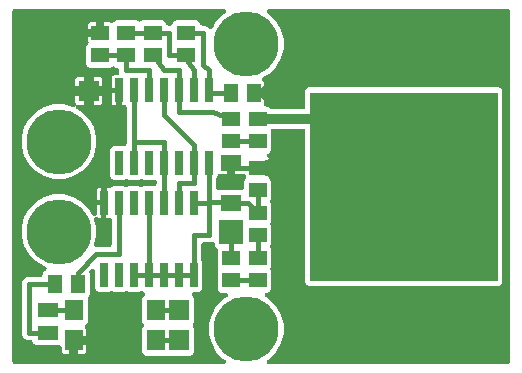
<source format=gbr>
G04 EAGLE Gerber RS-274X export*
G75*
%MOMM*%
%FSLAX34Y34*%
%LPD*%
%AMOC8*
5,1,8,0,0,1.08239X$1,22.5*%
G01*
%ADD10R,15.875000X16.002000*%
%ADD11R,1.500000X1.300000*%
%ADD12R,1.300000X1.500000*%
%ADD13R,1.800000X1.400000*%
%ADD14R,0.660400X2.032000*%
%ADD15R,1.778000X1.270000*%
%ADD16R,1.550000X1.780000*%
%ADD17R,2.000000X2.000000*%
%ADD18R,1.800000X1.800000*%
%ADD19C,0.406400*%
%ADD20C,0.812800*%
%ADD21C,1.500000*%
%ADD22C,5.500000*%

G36*
X421279Y2035D02*
X421279Y2035D01*
X421297Y2033D01*
X421479Y2054D01*
X421662Y2073D01*
X421679Y2078D01*
X421696Y2080D01*
X421871Y2137D01*
X422047Y2191D01*
X422062Y2199D01*
X422079Y2205D01*
X422239Y2295D01*
X422401Y2383D01*
X422414Y2394D01*
X422430Y2403D01*
X422569Y2523D01*
X422710Y2640D01*
X422721Y2654D01*
X422735Y2666D01*
X422847Y2811D01*
X422962Y2954D01*
X422970Y2970D01*
X422981Y2984D01*
X423063Y3149D01*
X423148Y3311D01*
X423153Y3328D01*
X423161Y3344D01*
X423208Y3523D01*
X423259Y3698D01*
X423261Y3716D01*
X423265Y3733D01*
X423292Y4064D01*
X423292Y300636D01*
X423291Y300649D01*
X423292Y300662D01*
X423291Y300666D01*
X423292Y300672D01*
X423271Y300854D01*
X423252Y301037D01*
X423247Y301054D01*
X423245Y301071D01*
X423188Y301246D01*
X423134Y301422D01*
X423126Y301437D01*
X423120Y301454D01*
X423030Y301614D01*
X422942Y301776D01*
X422931Y301789D01*
X422922Y301805D01*
X422802Y301944D01*
X422685Y302085D01*
X422671Y302096D01*
X422659Y302110D01*
X422514Y302222D01*
X422371Y302337D01*
X422355Y302345D01*
X422341Y302356D01*
X422176Y302438D01*
X422014Y302523D01*
X421997Y302528D01*
X421981Y302536D01*
X421802Y302583D01*
X421627Y302634D01*
X421609Y302636D01*
X421592Y302640D01*
X421261Y302667D01*
X219437Y302667D01*
X219364Y302660D01*
X219290Y302662D01*
X219164Y302640D01*
X219036Y302627D01*
X218966Y302606D01*
X218894Y302593D01*
X218774Y302547D01*
X218651Y302509D01*
X218587Y302474D01*
X218518Y302448D01*
X218410Y302379D01*
X218297Y302317D01*
X218241Y302271D01*
X218179Y302231D01*
X218086Y302142D01*
X217988Y302060D01*
X217942Y302003D01*
X217889Y301952D01*
X217816Y301846D01*
X217735Y301746D01*
X217702Y301681D01*
X217660Y301621D01*
X217609Y301503D01*
X217550Y301389D01*
X217530Y301318D01*
X217501Y301251D01*
X217474Y301125D01*
X217438Y301002D01*
X217432Y300929D01*
X217417Y300857D01*
X217416Y300729D01*
X217406Y300600D01*
X217414Y300528D01*
X217413Y300454D01*
X217438Y300328D01*
X217453Y300201D01*
X217475Y300131D01*
X217489Y300059D01*
X217538Y299940D01*
X217577Y299818D01*
X217613Y299754D01*
X217641Y299686D01*
X217712Y299579D01*
X217775Y299467D01*
X217823Y299412D01*
X217864Y299351D01*
X217954Y299260D01*
X218038Y299163D01*
X218096Y299118D01*
X218148Y299066D01*
X218288Y298969D01*
X218357Y298916D01*
X218368Y298910D01*
X218373Y298906D01*
X218393Y298896D01*
X218421Y298877D01*
X219406Y298308D01*
X225283Y292431D01*
X229439Y285233D01*
X231590Y277206D01*
X231590Y268894D01*
X229439Y260867D01*
X225283Y253669D01*
X219406Y247792D01*
X214340Y244867D01*
X214221Y244781D01*
X214098Y244703D01*
X214058Y244664D01*
X214013Y244632D01*
X213913Y244525D01*
X213808Y244423D01*
X213776Y244378D01*
X213739Y244337D01*
X213662Y244212D01*
X213579Y244092D01*
X213557Y244041D01*
X213528Y243994D01*
X213477Y243857D01*
X213419Y243723D01*
X213408Y243668D01*
X213389Y243616D01*
X213367Y243472D01*
X213336Y243329D01*
X213336Y243273D01*
X213327Y243218D01*
X213334Y243072D01*
X213332Y242926D01*
X213343Y242872D01*
X213345Y242816D01*
X213381Y242674D01*
X213408Y242531D01*
X213429Y242479D01*
X213442Y242425D01*
X213505Y242293D01*
X213560Y242158D01*
X213591Y242112D01*
X213614Y242061D01*
X213702Y241944D01*
X213783Y241822D01*
X213822Y241783D01*
X213855Y241739D01*
X213964Y241641D01*
X214067Y241537D01*
X214119Y241501D01*
X214154Y241470D01*
X214227Y241427D01*
X214340Y241349D01*
X214410Y241308D01*
X214883Y240835D01*
X215218Y240256D01*
X215391Y239610D01*
X215391Y235024D01*
X207568Y235024D01*
X207550Y235022D01*
X207533Y235024D01*
X207350Y235003D01*
X207168Y234984D01*
X207151Y234979D01*
X207133Y234977D01*
X206958Y234920D01*
X206783Y234866D01*
X206767Y234858D01*
X206750Y234852D01*
X206590Y234762D01*
X206429Y234674D01*
X206415Y234663D01*
X206399Y234654D01*
X206260Y234534D01*
X206119Y234417D01*
X206108Y234403D01*
X206095Y234391D01*
X205982Y234246D01*
X205867Y234103D01*
X205859Y234087D01*
X205848Y234073D01*
X205766Y233908D01*
X205682Y233746D01*
X205677Y233729D01*
X205669Y233713D01*
X205621Y233534D01*
X205570Y233359D01*
X205569Y233341D01*
X205564Y233324D01*
X205537Y232993D01*
X205537Y230557D01*
X205539Y230539D01*
X205537Y230521D01*
X205559Y230339D01*
X205577Y230156D01*
X205582Y230139D01*
X205584Y230122D01*
X205641Y229947D01*
X205695Y229771D01*
X205703Y229756D01*
X205709Y229739D01*
X205799Y229579D01*
X205887Y229417D01*
X205898Y229404D01*
X205907Y229388D01*
X206027Y229249D01*
X206145Y229108D01*
X206158Y229097D01*
X206170Y229083D01*
X206315Y228971D01*
X206458Y228856D01*
X206474Y228848D01*
X206488Y228837D01*
X206653Y228755D01*
X206816Y228670D01*
X206833Y228665D01*
X206849Y228657D01*
X207027Y228609D01*
X207202Y228559D01*
X207220Y228557D01*
X207237Y228553D01*
X207568Y228526D01*
X215391Y228526D01*
X215391Y223940D01*
X215218Y223294D01*
X215127Y223137D01*
X215066Y223003D01*
X214999Y222874D01*
X214984Y222820D01*
X214961Y222770D01*
X214928Y222627D01*
X214888Y222487D01*
X214883Y222431D01*
X214871Y222377D01*
X214867Y222231D01*
X214855Y222085D01*
X214861Y222030D01*
X214860Y221975D01*
X214885Y221831D01*
X214902Y221686D01*
X214919Y221633D01*
X214928Y221578D01*
X214981Y221442D01*
X215026Y221303D01*
X215054Y221254D01*
X215074Y221203D01*
X215152Y221080D01*
X215224Y220952D01*
X215261Y220910D01*
X215290Y220863D01*
X215392Y220758D01*
X215488Y220647D01*
X215531Y220614D01*
X215570Y220574D01*
X215690Y220490D01*
X215806Y220401D01*
X215855Y220376D01*
X215901Y220344D01*
X216035Y220287D01*
X216166Y220221D01*
X216220Y220207D01*
X216271Y220185D01*
X216414Y220155D01*
X216555Y220117D01*
X216618Y220112D01*
X216665Y220102D01*
X216748Y220101D01*
X216886Y220090D01*
X217859Y220090D01*
X219353Y219471D01*
X220550Y218274D01*
X220570Y218257D01*
X220588Y218236D01*
X220726Y218129D01*
X220861Y218019D01*
X220885Y218006D01*
X220906Y217990D01*
X221063Y217912D01*
X221217Y217830D01*
X221242Y217822D01*
X221267Y217810D01*
X221436Y217765D01*
X221603Y217715D01*
X221629Y217713D01*
X221655Y217706D01*
X221986Y217679D01*
X247904Y217679D01*
X247922Y217681D01*
X247940Y217679D01*
X248122Y217700D01*
X248305Y217719D01*
X248322Y217724D01*
X248339Y217726D01*
X248514Y217783D01*
X248690Y217837D01*
X248705Y217845D01*
X248722Y217851D01*
X248882Y217941D01*
X249044Y218029D01*
X249057Y218040D01*
X249073Y218049D01*
X249212Y218169D01*
X249353Y218286D01*
X249364Y218300D01*
X249378Y218312D01*
X249490Y218457D01*
X249605Y218600D01*
X249613Y218616D01*
X249624Y218630D01*
X249706Y218794D01*
X249791Y218957D01*
X249796Y218974D01*
X249804Y218990D01*
X249851Y219169D01*
X249902Y219344D01*
X249904Y219362D01*
X249908Y219379D01*
X249935Y219710D01*
X249935Y233219D01*
X250554Y234712D01*
X251698Y235856D01*
X253191Y236475D01*
X413559Y236475D01*
X415052Y235856D01*
X416196Y234712D01*
X416815Y233219D01*
X416815Y71581D01*
X416196Y70088D01*
X415052Y68944D01*
X413559Y68325D01*
X253191Y68325D01*
X251698Y68944D01*
X250554Y70088D01*
X249935Y71581D01*
X249935Y199390D01*
X249933Y199408D01*
X249935Y199426D01*
X249914Y199608D01*
X249895Y199791D01*
X249890Y199808D01*
X249888Y199825D01*
X249831Y200000D01*
X249777Y200176D01*
X249769Y200191D01*
X249763Y200208D01*
X249673Y200368D01*
X249585Y200530D01*
X249574Y200543D01*
X249565Y200559D01*
X249445Y200698D01*
X249328Y200839D01*
X249314Y200850D01*
X249302Y200864D01*
X249157Y200976D01*
X249014Y201091D01*
X248998Y201099D01*
X248984Y201110D01*
X248819Y201192D01*
X248657Y201277D01*
X248640Y201282D01*
X248624Y201290D01*
X248445Y201337D01*
X248270Y201388D01*
X248252Y201390D01*
X248235Y201394D01*
X247904Y201421D01*
X222669Y201421D01*
X222655Y201420D01*
X222642Y201421D01*
X222456Y201400D01*
X222268Y201381D01*
X222255Y201377D01*
X222242Y201376D01*
X222064Y201319D01*
X221883Y201263D01*
X221871Y201257D01*
X221859Y201253D01*
X221694Y201161D01*
X221529Y201071D01*
X221519Y201063D01*
X221507Y201056D01*
X221363Y200933D01*
X221220Y200814D01*
X221211Y200803D01*
X221201Y200795D01*
X221085Y200646D01*
X220967Y200500D01*
X220961Y200488D01*
X220953Y200478D01*
X220868Y200309D01*
X220782Y200143D01*
X220778Y200130D01*
X220772Y200118D01*
X220722Y199936D01*
X220671Y199756D01*
X220669Y199742D01*
X220666Y199729D01*
X220653Y199543D01*
X220638Y199354D01*
X220639Y199341D01*
X220638Y199328D01*
X220663Y199142D01*
X220685Y198955D01*
X220689Y198942D01*
X220690Y198929D01*
X220792Y198613D01*
X221115Y197834D01*
X221115Y183216D01*
X220496Y181723D01*
X219352Y180579D01*
X218897Y180391D01*
X218829Y180354D01*
X218756Y180326D01*
X218652Y180259D01*
X218542Y180200D01*
X218482Y180151D01*
X218417Y180109D01*
X218328Y180023D01*
X218232Y179944D01*
X218183Y179884D01*
X218127Y179829D01*
X218056Y179727D01*
X217978Y179631D01*
X217942Y179562D01*
X217898Y179498D01*
X217849Y179384D01*
X217791Y179275D01*
X217769Y179200D01*
X217739Y179129D01*
X217713Y179007D01*
X217678Y178888D01*
X217672Y178811D01*
X217655Y178735D01*
X217654Y178611D01*
X217644Y178487D01*
X217652Y178410D01*
X217652Y178332D01*
X217675Y178210D01*
X217689Y178087D01*
X217712Y178013D01*
X217727Y177937D01*
X217774Y177822D01*
X217812Y177704D01*
X217850Y177636D01*
X217879Y177564D01*
X217948Y177460D01*
X218008Y177352D01*
X218059Y177293D01*
X218102Y177228D01*
X218190Y177141D01*
X218270Y177047D01*
X218331Y176999D01*
X218386Y176943D01*
X218518Y176852D01*
X218587Y176798D01*
X218603Y176790D01*
X219083Y176310D01*
X219418Y175731D01*
X219591Y175085D01*
X219591Y171499D01*
X210768Y171499D01*
X210750Y171497D01*
X210733Y171499D01*
X210550Y171478D01*
X210368Y171459D01*
X210351Y171454D01*
X210333Y171452D01*
X210158Y171395D01*
X209983Y171341D01*
X209967Y171333D01*
X209950Y171327D01*
X209790Y171237D01*
X209629Y171149D01*
X209615Y171138D01*
X209599Y171129D01*
X209460Y171009D01*
X209319Y170892D01*
X209308Y170878D01*
X209295Y170866D01*
X209182Y170721D01*
X209067Y170578D01*
X209059Y170562D01*
X209048Y170548D01*
X208966Y170383D01*
X208882Y170221D01*
X208877Y170204D01*
X208869Y170188D01*
X208821Y170009D01*
X208770Y169834D01*
X208769Y169816D01*
X208764Y169799D01*
X208737Y169468D01*
X208737Y167032D01*
X208739Y167014D01*
X208737Y166996D01*
X208759Y166814D01*
X208777Y166631D01*
X208782Y166614D01*
X208784Y166597D01*
X208841Y166422D01*
X208895Y166246D01*
X208903Y166231D01*
X208909Y166214D01*
X208999Y166054D01*
X209087Y165892D01*
X209098Y165879D01*
X209107Y165863D01*
X209227Y165724D01*
X209345Y165583D01*
X209358Y165572D01*
X209370Y165558D01*
X209515Y165446D01*
X209658Y165331D01*
X209674Y165323D01*
X209688Y165312D01*
X209853Y165230D01*
X210016Y165145D01*
X210033Y165140D01*
X210049Y165132D01*
X210227Y165084D01*
X210402Y165034D01*
X210420Y165032D01*
X210437Y165028D01*
X210768Y165001D01*
X219591Y165001D01*
X219591Y161415D01*
X219375Y160610D01*
X219360Y160520D01*
X219336Y160432D01*
X219328Y160322D01*
X219310Y160213D01*
X219313Y160122D01*
X219306Y160031D01*
X219320Y159921D01*
X219324Y159810D01*
X219345Y159722D01*
X219357Y159631D01*
X219392Y159526D01*
X219418Y159419D01*
X219456Y159336D01*
X219485Y159250D01*
X219540Y159154D01*
X219587Y159053D01*
X219640Y158980D01*
X219686Y158901D01*
X219775Y158796D01*
X219824Y158728D01*
X219860Y158696D01*
X219901Y158648D01*
X220496Y158052D01*
X221115Y156559D01*
X221115Y141941D01*
X220508Y140477D01*
X220501Y140452D01*
X220488Y140428D01*
X220442Y140259D01*
X220392Y140092D01*
X220389Y140065D01*
X220382Y140039D01*
X220370Y139865D01*
X220354Y139691D01*
X220356Y139665D01*
X220355Y139638D01*
X220377Y139463D01*
X220395Y139291D01*
X220403Y139265D01*
X220407Y139239D01*
X220508Y138923D01*
X221115Y137459D01*
X221115Y122842D01*
X220529Y121427D01*
X220521Y121402D01*
X220509Y121378D01*
X220463Y121209D01*
X220413Y121042D01*
X220410Y121015D01*
X220403Y120989D01*
X220391Y120815D01*
X220374Y120641D01*
X220377Y120615D01*
X220375Y120588D01*
X220398Y120415D01*
X220416Y120241D01*
X220424Y120215D01*
X220427Y120189D01*
X220529Y119873D01*
X221115Y118459D01*
X221115Y103841D01*
X220508Y102377D01*
X220501Y102352D01*
X220489Y102328D01*
X220442Y102160D01*
X220392Y101992D01*
X220389Y101965D01*
X220382Y101939D01*
X220370Y101765D01*
X220354Y101591D01*
X220356Y101565D01*
X220355Y101538D01*
X220377Y101364D01*
X220395Y101191D01*
X220403Y101165D01*
X220407Y101139D01*
X220508Y100823D01*
X221115Y99359D01*
X221115Y84742D01*
X220529Y83327D01*
X220521Y83302D01*
X220509Y83278D01*
X220463Y83109D01*
X220413Y82942D01*
X220410Y82915D01*
X220403Y82889D01*
X220391Y82715D01*
X220374Y82541D01*
X220377Y82515D01*
X220375Y82488D01*
X220398Y82315D01*
X220416Y82141D01*
X220424Y82115D01*
X220427Y82089D01*
X220529Y81773D01*
X221115Y80359D01*
X221115Y65741D01*
X220496Y64248D01*
X219352Y63104D01*
X217859Y62485D01*
X217500Y62485D01*
X217427Y62478D01*
X217354Y62480D01*
X217227Y62458D01*
X217100Y62445D01*
X217030Y62424D01*
X216957Y62411D01*
X216837Y62365D01*
X216715Y62327D01*
X216650Y62292D01*
X216582Y62266D01*
X216473Y62197D01*
X216361Y62135D01*
X216304Y62089D01*
X216243Y62049D01*
X216150Y61960D01*
X216051Y61878D01*
X216005Y61821D01*
X215953Y61770D01*
X215879Y61664D01*
X215799Y61564D01*
X215765Y61499D01*
X215724Y61439D01*
X215673Y61320D01*
X215613Y61207D01*
X215593Y61136D01*
X215564Y61069D01*
X215538Y60943D01*
X215502Y60820D01*
X215496Y60747D01*
X215481Y60675D01*
X215480Y60547D01*
X215469Y60418D01*
X215478Y60346D01*
X215477Y60272D01*
X215501Y60146D01*
X215516Y60019D01*
X215539Y59949D01*
X215553Y59877D01*
X215601Y59758D01*
X215641Y59636D01*
X215677Y59572D01*
X215705Y59504D01*
X215776Y59397D01*
X215839Y59285D01*
X215887Y59230D01*
X215927Y59169D01*
X216018Y59078D01*
X216102Y58981D01*
X216160Y58936D01*
X216212Y58884D01*
X216351Y58787D01*
X216420Y58734D01*
X216450Y58719D01*
X216485Y58695D01*
X219406Y57008D01*
X225283Y51131D01*
X229439Y43933D01*
X231590Y35906D01*
X231590Y27594D01*
X229439Y19567D01*
X225283Y12369D01*
X219406Y6492D01*
X218248Y5823D01*
X218188Y5780D01*
X218124Y5745D01*
X218025Y5663D01*
X217921Y5588D01*
X217871Y5535D01*
X217815Y5488D01*
X217734Y5388D01*
X217646Y5293D01*
X217608Y5231D01*
X217562Y5174D01*
X217503Y5060D01*
X217436Y4950D01*
X217410Y4882D01*
X217377Y4817D01*
X217341Y4693D01*
X217297Y4573D01*
X217286Y4500D01*
X217265Y4430D01*
X217255Y4301D01*
X217235Y4175D01*
X217238Y4102D01*
X217232Y4028D01*
X217247Y3901D01*
X217253Y3772D01*
X217271Y3701D01*
X217279Y3629D01*
X217319Y3507D01*
X217350Y3382D01*
X217381Y3315D01*
X217404Y3246D01*
X217467Y3134D01*
X217522Y3018D01*
X217566Y2959D01*
X217602Y2895D01*
X217686Y2798D01*
X217763Y2695D01*
X217817Y2646D01*
X217865Y2590D01*
X217967Y2512D01*
X218062Y2426D01*
X218126Y2389D01*
X218183Y2344D01*
X218298Y2286D01*
X218409Y2221D01*
X218478Y2197D01*
X218544Y2164D01*
X218668Y2131D01*
X218789Y2089D01*
X218862Y2079D01*
X218933Y2060D01*
X219102Y2046D01*
X219188Y2034D01*
X219221Y2036D01*
X219263Y2033D01*
X421261Y2033D01*
X421279Y2035D01*
G37*
G36*
X180860Y2040D02*
X180860Y2040D01*
X180933Y2038D01*
X181059Y2060D01*
X181187Y2073D01*
X181257Y2094D01*
X181330Y2107D01*
X181449Y2153D01*
X181572Y2191D01*
X181637Y2226D01*
X181705Y2252D01*
X181813Y2321D01*
X181926Y2383D01*
X181982Y2429D01*
X182044Y2469D01*
X182137Y2558D01*
X182235Y2640D01*
X182281Y2697D01*
X182334Y2748D01*
X182407Y2854D01*
X182488Y2954D01*
X182522Y3019D01*
X182563Y3079D01*
X182614Y3197D01*
X182673Y3311D01*
X182694Y3382D01*
X182723Y3449D01*
X182749Y3575D01*
X182785Y3698D01*
X182791Y3771D01*
X182806Y3843D01*
X182807Y3971D01*
X182818Y4100D01*
X182809Y4172D01*
X182810Y4246D01*
X182786Y4372D01*
X182771Y4499D01*
X182748Y4569D01*
X182734Y4641D01*
X182686Y4760D01*
X182646Y4882D01*
X182610Y4946D01*
X182582Y5014D01*
X182511Y5121D01*
X182448Y5233D01*
X182400Y5288D01*
X182360Y5349D01*
X182269Y5440D01*
X182185Y5537D01*
X182127Y5582D01*
X182075Y5634D01*
X181935Y5731D01*
X181867Y5784D01*
X181837Y5799D01*
X181802Y5823D01*
X180644Y6492D01*
X174767Y12369D01*
X170611Y19567D01*
X168460Y27594D01*
X168460Y35906D01*
X170611Y43933D01*
X174767Y51131D01*
X180644Y57008D01*
X183565Y58695D01*
X183625Y58738D01*
X183689Y58773D01*
X183788Y58855D01*
X183892Y58930D01*
X183942Y58983D01*
X183999Y59030D01*
X184079Y59130D01*
X184167Y59225D01*
X184205Y59287D01*
X184251Y59344D01*
X184310Y59458D01*
X184377Y59568D01*
X184403Y59636D01*
X184437Y59701D01*
X184472Y59825D01*
X184516Y59945D01*
X184528Y60018D01*
X184548Y60088D01*
X184558Y60217D01*
X184578Y60343D01*
X184575Y60416D01*
X184581Y60490D01*
X184566Y60617D01*
X184560Y60746D01*
X184542Y60817D01*
X184534Y60889D01*
X184494Y61012D01*
X184463Y61136D01*
X184432Y61202D01*
X184409Y61272D01*
X184346Y61384D01*
X184291Y61500D01*
X184247Y61559D01*
X184211Y61623D01*
X184127Y61720D01*
X184050Y61823D01*
X183996Y61872D01*
X183948Y61928D01*
X183847Y62006D01*
X183751Y62092D01*
X183688Y62129D01*
X183630Y62174D01*
X183515Y62232D01*
X183404Y62297D01*
X183335Y62321D01*
X183269Y62354D01*
X183145Y62387D01*
X183024Y62429D01*
X182951Y62439D01*
X182881Y62458D01*
X182711Y62472D01*
X182625Y62484D01*
X182592Y62482D01*
X182550Y62485D01*
X179016Y62485D01*
X177523Y63104D01*
X176379Y64248D01*
X175760Y65741D01*
X175760Y80358D01*
X176346Y81773D01*
X176354Y81798D01*
X176366Y81822D01*
X176412Y81991D01*
X176462Y82158D01*
X176465Y82185D01*
X176472Y82211D01*
X176484Y82385D01*
X176501Y82559D01*
X176498Y82585D01*
X176500Y82612D01*
X176477Y82785D01*
X176459Y82959D01*
X176451Y82985D01*
X176448Y83011D01*
X176346Y83327D01*
X175760Y84741D01*
X175760Y99275D01*
X175758Y99302D01*
X175760Y99328D01*
X175738Y99502D01*
X175720Y99676D01*
X175713Y99701D01*
X175709Y99728D01*
X175654Y99893D01*
X175602Y100060D01*
X175589Y100084D01*
X175581Y100109D01*
X175494Y100261D01*
X175410Y100415D01*
X175393Y100435D01*
X175380Y100458D01*
X175165Y100711D01*
X173879Y101998D01*
X173260Y103491D01*
X173260Y103551D01*
X173259Y103564D01*
X173260Y103578D01*
X173239Y103764D01*
X173220Y103952D01*
X173216Y103964D01*
X173215Y103978D01*
X173157Y104157D01*
X173102Y104336D01*
X173096Y104348D01*
X173092Y104361D01*
X173000Y104525D01*
X172910Y104691D01*
X172902Y104701D01*
X172895Y104713D01*
X172773Y104856D01*
X172653Y105000D01*
X172642Y105008D01*
X172634Y105018D01*
X172485Y105134D01*
X172339Y105252D01*
X172327Y105258D01*
X172317Y105267D01*
X172148Y105351D01*
X171982Y105438D01*
X171969Y105441D01*
X171957Y105447D01*
X171775Y105497D01*
X171595Y105549D01*
X171581Y105550D01*
X171568Y105554D01*
X171382Y105566D01*
X171193Y105582D01*
X171180Y105580D01*
X171167Y105581D01*
X170981Y105557D01*
X170794Y105535D01*
X170781Y105531D01*
X170768Y105529D01*
X170452Y105428D01*
X169488Y105028D01*
X163703Y105028D01*
X163685Y105026D01*
X163667Y105028D01*
X163485Y105007D01*
X163302Y104988D01*
X163285Y104983D01*
X163268Y104981D01*
X163093Y104924D01*
X162917Y104870D01*
X162902Y104862D01*
X162885Y104856D01*
X162725Y104766D01*
X162563Y104678D01*
X162550Y104667D01*
X162534Y104658D01*
X162395Y104538D01*
X162254Y104421D01*
X162243Y104407D01*
X162229Y104395D01*
X162117Y104250D01*
X162002Y104107D01*
X161994Y104091D01*
X161983Y104077D01*
X161901Y103912D01*
X161816Y103750D01*
X161811Y103733D01*
X161803Y103717D01*
X161756Y103538D01*
X161705Y103363D01*
X161703Y103345D01*
X161699Y103328D01*
X161672Y102997D01*
X161672Y91171D01*
X161674Y91144D01*
X161672Y91118D01*
X161694Y90944D01*
X161712Y90770D01*
X161719Y90745D01*
X161723Y90718D01*
X161778Y90553D01*
X161830Y90386D01*
X161843Y90362D01*
X161851Y90337D01*
X161938Y90185D01*
X162022Y90031D01*
X162039Y90011D01*
X162052Y89988D01*
X162267Y89735D01*
X162323Y89678D01*
X162942Y88185D01*
X162942Y66247D01*
X162323Y64754D01*
X161179Y63610D01*
X159686Y62991D01*
X156161Y62991D01*
X156152Y62990D01*
X156143Y62991D01*
X155951Y62970D01*
X155760Y62951D01*
X155752Y62949D01*
X155743Y62948D01*
X155560Y62890D01*
X155375Y62833D01*
X155368Y62829D01*
X155359Y62826D01*
X155190Y62733D01*
X155021Y62641D01*
X155015Y62636D01*
X155007Y62631D01*
X154859Y62506D01*
X154712Y62384D01*
X154707Y62377D01*
X154700Y62371D01*
X154579Y62218D01*
X154460Y62070D01*
X154456Y62062D01*
X154450Y62055D01*
X154362Y61882D01*
X154274Y61713D01*
X154272Y61704D01*
X154268Y61696D01*
X154216Y61511D01*
X154163Y61326D01*
X154162Y61317D01*
X154160Y61308D01*
X154146Y61115D01*
X154130Y60924D01*
X154131Y60916D01*
X154130Y60907D01*
X154155Y60712D01*
X154177Y60525D01*
X154180Y60516D01*
X154181Y60507D01*
X154242Y60325D01*
X154302Y60142D01*
X154306Y60134D01*
X154309Y60126D01*
X154405Y59958D01*
X154500Y59791D01*
X154506Y59784D01*
X154510Y59777D01*
X154725Y59524D01*
X155321Y58927D01*
X155940Y57434D01*
X155940Y37816D01*
X155317Y36314D01*
X155221Y36192D01*
X155105Y36050D01*
X155096Y36034D01*
X155085Y36020D01*
X155002Y35856D01*
X154916Y35694D01*
X154911Y35677D01*
X154903Y35661D01*
X154853Y35484D01*
X154801Y35308D01*
X154800Y35291D01*
X154795Y35273D01*
X154781Y35090D01*
X154765Y34907D01*
X154767Y34890D01*
X154765Y34872D01*
X154789Y34689D01*
X154808Y34507D01*
X154814Y34490D01*
X154816Y34472D01*
X154874Y34298D01*
X154930Y34123D01*
X154938Y34108D01*
X154944Y34091D01*
X155036Y33932D01*
X155124Y33771D01*
X155136Y33757D01*
X155145Y33742D01*
X155315Y33541D01*
X155940Y32034D01*
X155940Y12416D01*
X155321Y10923D01*
X154177Y9779D01*
X152684Y9160D01*
X133023Y9160D01*
X132976Y9173D01*
X132813Y9222D01*
X132782Y9225D01*
X132752Y9233D01*
X132421Y9260D01*
X115341Y9260D01*
X113848Y9879D01*
X112704Y11023D01*
X112085Y12516D01*
X112085Y31934D01*
X112704Y33427D01*
X112765Y33489D01*
X112777Y33502D01*
X112790Y33514D01*
X112904Y33658D01*
X113020Y33800D01*
X113029Y33816D01*
X113040Y33830D01*
X113123Y33994D01*
X113209Y34156D01*
X113214Y34173D01*
X113222Y34189D01*
X113272Y34367D01*
X113324Y34542D01*
X113325Y34559D01*
X113330Y34577D01*
X113344Y34760D01*
X113360Y34943D01*
X113358Y34960D01*
X113360Y34978D01*
X113337Y35161D01*
X113317Y35343D01*
X113311Y35360D01*
X113309Y35378D01*
X113251Y35551D01*
X113195Y35727D01*
X113187Y35743D01*
X113181Y35759D01*
X113089Y35918D01*
X113000Y36079D01*
X112989Y36093D01*
X112980Y36108D01*
X112765Y36361D01*
X112704Y36423D01*
X112085Y37916D01*
X112085Y57334D01*
X112704Y58827D01*
X113692Y59816D01*
X113701Y59826D01*
X113711Y59834D01*
X113828Y59981D01*
X113947Y60127D01*
X113954Y60139D01*
X113962Y60149D01*
X114048Y60317D01*
X114136Y60483D01*
X114140Y60495D01*
X114146Y60507D01*
X114197Y60689D01*
X114251Y60869D01*
X114252Y60882D01*
X114255Y60895D01*
X114270Y61081D01*
X114287Y61270D01*
X114286Y61283D01*
X114287Y61296D01*
X114264Y61482D01*
X114244Y61670D01*
X114240Y61683D01*
X114238Y61696D01*
X114179Y61874D01*
X114122Y62054D01*
X114116Y62065D01*
X114111Y62078D01*
X114019Y62241D01*
X113927Y62406D01*
X113919Y62416D01*
X113912Y62428D01*
X113789Y62570D01*
X113667Y62713D01*
X113656Y62721D01*
X113648Y62731D01*
X113499Y62846D01*
X113351Y62963D01*
X113339Y62969D01*
X113328Y62977D01*
X113033Y63128D01*
X111902Y63597D01*
X111877Y63605D01*
X111853Y63617D01*
X111684Y63663D01*
X111517Y63713D01*
X111490Y63716D01*
X111464Y63723D01*
X111289Y63735D01*
X111116Y63752D01*
X111090Y63749D01*
X111063Y63751D01*
X110889Y63728D01*
X110716Y63710D01*
X110690Y63702D01*
X110664Y63698D01*
X110348Y63597D01*
X108886Y62991D01*
X100664Y62991D01*
X99202Y63597D01*
X99177Y63605D01*
X99153Y63617D01*
X98984Y63663D01*
X98817Y63713D01*
X98790Y63716D01*
X98764Y63723D01*
X98589Y63735D01*
X98416Y63752D01*
X98390Y63749D01*
X98363Y63751D01*
X98189Y63728D01*
X98016Y63710D01*
X97990Y63702D01*
X97964Y63698D01*
X97648Y63597D01*
X96186Y62991D01*
X87964Y62991D01*
X86502Y63597D01*
X86477Y63605D01*
X86453Y63617D01*
X86284Y63663D01*
X86117Y63713D01*
X86090Y63716D01*
X86064Y63723D01*
X85889Y63735D01*
X85716Y63752D01*
X85690Y63749D01*
X85663Y63751D01*
X85489Y63728D01*
X85316Y63710D01*
X85290Y63702D01*
X85264Y63698D01*
X84948Y63597D01*
X83486Y62991D01*
X75264Y62991D01*
X73771Y63610D01*
X72627Y64754D01*
X72008Y66247D01*
X72008Y80707D01*
X72007Y80716D01*
X72008Y80725D01*
X71987Y80917D01*
X71968Y81108D01*
X71966Y81117D01*
X71965Y81125D01*
X71907Y81309D01*
X71850Y81493D01*
X71846Y81501D01*
X71843Y81509D01*
X71750Y81678D01*
X71658Y81847D01*
X71653Y81854D01*
X71648Y81862D01*
X71523Y82009D01*
X71401Y82156D01*
X71394Y82162D01*
X71388Y82169D01*
X71236Y82289D01*
X71087Y82408D01*
X71079Y82413D01*
X71072Y82418D01*
X70899Y82506D01*
X70730Y82594D01*
X70721Y82596D01*
X70713Y82601D01*
X70528Y82652D01*
X70343Y82705D01*
X70334Y82706D01*
X70325Y82709D01*
X70133Y82723D01*
X69941Y82738D01*
X69933Y82737D01*
X69924Y82738D01*
X69732Y82714D01*
X69542Y82691D01*
X69533Y82689D01*
X69524Y82687D01*
X69342Y82626D01*
X69159Y82567D01*
X69151Y82562D01*
X69143Y82559D01*
X68975Y82463D01*
X68808Y82369D01*
X68801Y82363D01*
X68794Y82358D01*
X68541Y82144D01*
X67731Y81334D01*
X67717Y81317D01*
X67700Y81303D01*
X67590Y81162D01*
X67476Y81023D01*
X67466Y81003D01*
X67452Y80986D01*
X67372Y80826D01*
X67288Y80667D01*
X67281Y80646D01*
X67271Y80626D01*
X67224Y80453D01*
X67173Y80281D01*
X67171Y80259D01*
X67165Y80238D01*
X67153Y80059D01*
X67137Y79880D01*
X67139Y79858D01*
X67137Y79836D01*
X67161Y79658D01*
X67180Y79480D01*
X67187Y79459D01*
X67190Y79437D01*
X67291Y79121D01*
X67690Y78159D01*
X67690Y61541D01*
X67071Y60048D01*
X66277Y59253D01*
X66262Y59236D01*
X66245Y59221D01*
X66136Y59081D01*
X66022Y58942D01*
X66011Y58922D01*
X65997Y58904D01*
X65917Y58745D01*
X65833Y58586D01*
X65827Y58565D01*
X65817Y58544D01*
X65769Y58372D01*
X65718Y58200D01*
X65716Y58178D01*
X65710Y58156D01*
X65698Y57978D01*
X65682Y57799D01*
X65684Y57777D01*
X65683Y57754D01*
X65706Y57578D01*
X65715Y57496D01*
X65715Y37916D01*
X65096Y36422D01*
X63934Y35261D01*
X63837Y35141D01*
X63732Y35026D01*
X63709Y34985D01*
X63679Y34949D01*
X63607Y34813D01*
X63528Y34679D01*
X63512Y34635D01*
X63491Y34594D01*
X63446Y34445D01*
X63395Y34299D01*
X63389Y34253D01*
X63376Y34208D01*
X63362Y34053D01*
X63341Y33900D01*
X63344Y33853D01*
X63339Y33807D01*
X63356Y33653D01*
X63366Y33498D01*
X63378Y33453D01*
X63383Y33407D01*
X63430Y33259D01*
X63470Y33109D01*
X63492Y33061D01*
X63504Y33023D01*
X63546Y32947D01*
X63612Y32809D01*
X64018Y32106D01*
X64191Y31460D01*
X64191Y26099D01*
X55743Y26099D01*
X55725Y26097D01*
X55708Y26099D01*
X55525Y26078D01*
X55343Y26059D01*
X55326Y26054D01*
X55308Y26052D01*
X55133Y25995D01*
X54958Y25941D01*
X54942Y25933D01*
X54925Y25927D01*
X54765Y25837D01*
X54604Y25749D01*
X54590Y25738D01*
X54574Y25729D01*
X54435Y25609D01*
X54294Y25492D01*
X54283Y25478D01*
X54270Y25466D01*
X54157Y25321D01*
X54042Y25178D01*
X54034Y25162D01*
X54023Y25148D01*
X53941Y24983D01*
X53857Y24821D01*
X53852Y24804D01*
X53844Y24788D01*
X53796Y24609D01*
X53745Y24434D01*
X53744Y24416D01*
X53739Y24399D01*
X53712Y24068D01*
X53712Y22413D01*
X52057Y22413D01*
X52039Y22411D01*
X52021Y22413D01*
X51839Y22391D01*
X51656Y22373D01*
X51639Y22368D01*
X51622Y22366D01*
X51447Y22309D01*
X51271Y22255D01*
X51256Y22247D01*
X51239Y22241D01*
X51079Y22151D01*
X50917Y22063D01*
X50904Y22052D01*
X50888Y22043D01*
X50749Y21923D01*
X50608Y21805D01*
X50597Y21792D01*
X50583Y21780D01*
X50471Y21635D01*
X50356Y21492D01*
X50348Y21476D01*
X50337Y21462D01*
X50255Y21297D01*
X50170Y21134D01*
X50165Y21117D01*
X50157Y21101D01*
X50109Y20923D01*
X50059Y20748D01*
X50057Y20730D01*
X50053Y20713D01*
X50026Y20382D01*
X50026Y10784D01*
X45815Y10784D01*
X45169Y10957D01*
X44590Y11292D01*
X44117Y11765D01*
X43782Y12344D01*
X43609Y12990D01*
X43609Y16129D01*
X43607Y16147D01*
X43609Y16165D01*
X43588Y16347D01*
X43569Y16530D01*
X43564Y16547D01*
X43562Y16564D01*
X43505Y16739D01*
X43451Y16915D01*
X43443Y16930D01*
X43437Y16947D01*
X43347Y17107D01*
X43259Y17269D01*
X43248Y17282D01*
X43239Y17298D01*
X43119Y17437D01*
X43002Y17578D01*
X42988Y17589D01*
X42976Y17603D01*
X42831Y17715D01*
X42688Y17830D01*
X42672Y17838D01*
X42658Y17849D01*
X42493Y17931D01*
X42331Y18016D01*
X42314Y18021D01*
X42298Y18029D01*
X42119Y18076D01*
X41944Y18127D01*
X41926Y18129D01*
X41909Y18133D01*
X41578Y18160D01*
X22051Y18160D01*
X20558Y18779D01*
X19414Y19923D01*
X18875Y21224D01*
X18864Y21244D01*
X18857Y21265D01*
X18769Y21421D01*
X18685Y21579D01*
X18670Y21596D01*
X18660Y21616D01*
X18543Y21751D01*
X18428Y21890D01*
X18411Y21904D01*
X18396Y21921D01*
X18255Y22030D01*
X18116Y22143D01*
X18096Y22154D01*
X18078Y22167D01*
X17917Y22247D01*
X17759Y22330D01*
X17738Y22337D01*
X17718Y22347D01*
X17544Y22393D01*
X17373Y22443D01*
X17351Y22445D01*
X17329Y22451D01*
X16998Y22478D01*
X14662Y22478D01*
X12421Y23406D01*
X10706Y25121D01*
X9778Y27362D01*
X9778Y71063D01*
X10706Y73304D01*
X12421Y75019D01*
X14662Y75947D01*
X25529Y75947D01*
X25547Y75949D01*
X25565Y75947D01*
X25747Y75968D01*
X25930Y75987D01*
X25947Y75992D01*
X25964Y75994D01*
X26139Y76051D01*
X26315Y76105D01*
X26330Y76113D01*
X26347Y76119D01*
X26507Y76209D01*
X26669Y76297D01*
X26682Y76308D01*
X26698Y76317D01*
X26837Y76437D01*
X26978Y76554D01*
X26989Y76568D01*
X27003Y76580D01*
X27115Y76725D01*
X27230Y76868D01*
X27238Y76884D01*
X27249Y76898D01*
X27331Y77063D01*
X27416Y77225D01*
X27421Y77242D01*
X27429Y77258D01*
X27476Y77437D01*
X27527Y77612D01*
X27529Y77630D01*
X27533Y77647D01*
X27560Y77978D01*
X27560Y78159D01*
X28179Y79652D01*
X29323Y80796D01*
X29700Y80952D01*
X29825Y81019D01*
X29953Y81079D01*
X30002Y81114D01*
X30055Y81142D01*
X30164Y81233D01*
X30278Y81316D01*
X30319Y81361D01*
X30365Y81399D01*
X30454Y81509D01*
X30550Y81614D01*
X30581Y81665D01*
X30619Y81711D01*
X30684Y81837D01*
X30758Y81958D01*
X30778Y82015D01*
X30806Y82068D01*
X30846Y82204D01*
X30893Y82338D01*
X30902Y82397D01*
X30919Y82454D01*
X30931Y82596D01*
X30951Y82736D01*
X30948Y82796D01*
X30953Y82855D01*
X30938Y82996D01*
X30930Y83138D01*
X30915Y83196D01*
X30908Y83255D01*
X30865Y83391D01*
X30830Y83528D01*
X30803Y83582D01*
X30785Y83639D01*
X30716Y83763D01*
X30654Y83890D01*
X30618Y83938D01*
X30589Y83990D01*
X30496Y84098D01*
X30411Y84211D01*
X30366Y84251D01*
X30327Y84296D01*
X30215Y84384D01*
X30109Y84477D01*
X30057Y84507D01*
X30010Y84544D01*
X29883Y84608D01*
X29760Y84679D01*
X29696Y84702D01*
X29650Y84725D01*
X29571Y84747D01*
X29448Y84791D01*
X29091Y84886D01*
X21894Y89042D01*
X16017Y94919D01*
X11861Y102117D01*
X9710Y110144D01*
X9710Y118456D01*
X11861Y126483D01*
X16017Y133681D01*
X21894Y139558D01*
X29092Y143714D01*
X37119Y145865D01*
X45431Y145865D01*
X53458Y143714D01*
X60656Y139558D01*
X66533Y133681D01*
X69742Y128123D01*
X69785Y128064D01*
X69820Y127999D01*
X69902Y127901D01*
X69977Y127796D01*
X70030Y127746D01*
X70077Y127690D01*
X70177Y127610D01*
X70272Y127522D01*
X70334Y127484D01*
X70391Y127438D01*
X70505Y127379D01*
X70615Y127311D01*
X70683Y127286D01*
X70748Y127252D01*
X70872Y127217D01*
X70992Y127172D01*
X71065Y127161D01*
X71135Y127141D01*
X71264Y127130D01*
X71390Y127111D01*
X71463Y127114D01*
X71537Y127108D01*
X71664Y127123D01*
X71793Y127129D01*
X71864Y127146D01*
X71936Y127155D01*
X72059Y127195D01*
X72183Y127226D01*
X72249Y127257D01*
X72319Y127280D01*
X72431Y127343D01*
X72547Y127398D01*
X72606Y127442D01*
X72670Y127478D01*
X72767Y127562D01*
X72870Y127638D01*
X72919Y127693D01*
X72975Y127741D01*
X73053Y127842D01*
X73139Y127938D01*
X73176Y128001D01*
X73221Y128059D01*
X73279Y128174D01*
X73344Y128285D01*
X73368Y128354D01*
X73401Y128419D01*
X73434Y128544D01*
X73476Y128665D01*
X73486Y128737D01*
X73505Y128808D01*
X73519Y128978D01*
X73531Y129064D01*
X73529Y129097D01*
X73532Y129139D01*
X73532Y136653D01*
X77344Y136653D01*
X77344Y125983D01*
X75738Y125983D01*
X75092Y126156D01*
X74413Y126549D01*
X74336Y126612D01*
X74271Y126647D01*
X74210Y126689D01*
X74093Y126741D01*
X73980Y126801D01*
X73909Y126822D01*
X73842Y126851D01*
X73717Y126879D01*
X73594Y126916D01*
X73521Y126922D01*
X73449Y126938D01*
X73321Y126941D01*
X73193Y126952D01*
X73120Y126944D01*
X73046Y126946D01*
X72920Y126923D01*
X72793Y126909D01*
X72723Y126887D01*
X72650Y126874D01*
X72531Y126826D01*
X72409Y126788D01*
X72344Y126752D01*
X72276Y126725D01*
X72169Y126655D01*
X72056Y126593D01*
X72000Y126545D01*
X71939Y126505D01*
X71847Y126415D01*
X71749Y126332D01*
X71704Y126275D01*
X71651Y126223D01*
X71579Y126117D01*
X71500Y126017D01*
X71466Y125951D01*
X71425Y125890D01*
X71375Y125772D01*
X71317Y125658D01*
X71298Y125587D01*
X71269Y125519D01*
X71244Y125393D01*
X71209Y125270D01*
X71204Y125196D01*
X71189Y125124D01*
X71189Y124996D01*
X71180Y124868D01*
X71189Y124795D01*
X71189Y124722D01*
X71219Y124556D01*
X71230Y124469D01*
X71241Y124437D01*
X71248Y124395D01*
X72840Y118456D01*
X72840Y110144D01*
X71168Y103904D01*
X71154Y103823D01*
X71132Y103744D01*
X71122Y103624D01*
X71102Y103506D01*
X71105Y103424D01*
X71099Y103342D01*
X71113Y103224D01*
X71117Y103104D01*
X71136Y103024D01*
X71146Y102943D01*
X71183Y102829D01*
X71210Y102712D01*
X71245Y102638D01*
X71270Y102560D01*
X71329Y102455D01*
X71379Y102347D01*
X71428Y102281D01*
X71468Y102209D01*
X71547Y102119D01*
X71617Y102022D01*
X71678Y101967D01*
X71731Y101904D01*
X71826Y101831D01*
X71914Y101750D01*
X71985Y101708D01*
X72050Y101658D01*
X72157Y101604D01*
X72259Y101543D01*
X72336Y101515D01*
X72410Y101478D01*
X72526Y101447D01*
X72638Y101407D01*
X72719Y101395D01*
X72799Y101374D01*
X72951Y101361D01*
X73037Y101349D01*
X73077Y101351D01*
X73130Y101347D01*
X83947Y101347D01*
X83965Y101349D01*
X83983Y101347D01*
X84165Y101368D01*
X84348Y101387D01*
X84365Y101392D01*
X84382Y101394D01*
X84557Y101451D01*
X84733Y101505D01*
X84748Y101513D01*
X84765Y101519D01*
X84925Y101609D01*
X85087Y101697D01*
X85100Y101708D01*
X85116Y101717D01*
X85255Y101837D01*
X85396Y101954D01*
X85407Y101968D01*
X85421Y101980D01*
X85533Y102125D01*
X85648Y102268D01*
X85656Y102284D01*
X85667Y102298D01*
X85749Y102463D01*
X85834Y102625D01*
X85839Y102642D01*
X85847Y102658D01*
X85894Y102837D01*
X85945Y103012D01*
X85947Y103030D01*
X85951Y103047D01*
X85978Y103378D01*
X85978Y124131D01*
X85970Y124213D01*
X85972Y124295D01*
X85950Y124413D01*
X85938Y124532D01*
X85914Y124610D01*
X85900Y124691D01*
X85855Y124802D01*
X85820Y124917D01*
X85781Y124989D01*
X85751Y125065D01*
X85685Y125165D01*
X85628Y125271D01*
X85576Y125334D01*
X85531Y125403D01*
X85447Y125488D01*
X85371Y125580D01*
X85307Y125631D01*
X85249Y125690D01*
X85150Y125757D01*
X85057Y125832D01*
X84984Y125870D01*
X84916Y125916D01*
X84806Y125963D01*
X84700Y126018D01*
X84621Y126040D01*
X84545Y126072D01*
X84428Y126096D01*
X84313Y126129D01*
X84231Y126136D01*
X84150Y126152D01*
X84031Y126152D01*
X83911Y126162D01*
X83830Y126152D01*
X83748Y126152D01*
X83598Y126125D01*
X83512Y126115D01*
X83473Y126103D01*
X83421Y126093D01*
X83011Y125983D01*
X81406Y125983D01*
X81406Y138684D01*
X81406Y151385D01*
X83012Y151385D01*
X83893Y151149D01*
X83983Y151134D01*
X84070Y151109D01*
X84181Y151101D01*
X84290Y151083D01*
X84381Y151087D01*
X84472Y151080D01*
X84582Y151094D01*
X84693Y151098D01*
X84781Y151119D01*
X84871Y151130D01*
X84976Y151166D01*
X85084Y151191D01*
X85167Y151230D01*
X85253Y151259D01*
X85349Y151314D01*
X85450Y151360D01*
X85523Y151414D01*
X85602Y151460D01*
X85707Y151549D01*
X85775Y151598D01*
X85807Y151633D01*
X85855Y151674D01*
X86471Y152290D01*
X87964Y152909D01*
X96186Y152909D01*
X97648Y152303D01*
X97673Y152295D01*
X97697Y152283D01*
X97866Y152237D01*
X98033Y152187D01*
X98060Y152184D01*
X98086Y152177D01*
X98260Y152165D01*
X98434Y152148D01*
X98461Y152151D01*
X98487Y152149D01*
X98660Y152172D01*
X98834Y152190D01*
X98860Y152198D01*
X98886Y152202D01*
X99202Y152303D01*
X100664Y152909D01*
X108886Y152909D01*
X110348Y152303D01*
X110373Y152295D01*
X110397Y152283D01*
X110566Y152237D01*
X110733Y152187D01*
X110760Y152184D01*
X110786Y152177D01*
X110960Y152165D01*
X111134Y152148D01*
X111161Y152151D01*
X111187Y152149D01*
X111360Y152172D01*
X111534Y152190D01*
X111560Y152198D01*
X111586Y152202D01*
X111902Y152303D01*
X113364Y152909D01*
X121796Y152909D01*
X121869Y152903D01*
X122055Y152885D01*
X122069Y152886D01*
X122083Y152885D01*
X122269Y152907D01*
X122456Y152926D01*
X122469Y152931D01*
X122482Y152932D01*
X122661Y152990D01*
X122840Y153046D01*
X122852Y153053D01*
X122865Y153057D01*
X123029Y153150D01*
X123193Y153239D01*
X123204Y153248D01*
X123216Y153255D01*
X123358Y153378D01*
X123502Y153498D01*
X123510Y153509D01*
X123521Y153518D01*
X123636Y153666D01*
X123753Y153813D01*
X123759Y153825D01*
X123767Y153836D01*
X123851Y154004D01*
X123937Y154171D01*
X123940Y154184D01*
X123947Y154197D01*
X123995Y154378D01*
X124047Y154559D01*
X124048Y154572D01*
X124051Y154585D01*
X124078Y154916D01*
X124078Y156234D01*
X124077Y156247D01*
X124078Y156261D01*
X124057Y156448D01*
X124038Y156634D01*
X124034Y156648D01*
X124033Y156661D01*
X123975Y156840D01*
X123920Y157019D01*
X123914Y157031D01*
X123910Y157044D01*
X123818Y157208D01*
X123728Y157373D01*
X123720Y157384D01*
X123713Y157396D01*
X123591Y157539D01*
X123471Y157683D01*
X123460Y157691D01*
X123451Y157702D01*
X123303Y157818D01*
X123157Y157935D01*
X123145Y157941D01*
X123134Y157950D01*
X122965Y158035D01*
X122800Y158120D01*
X122787Y158124D01*
X122774Y158130D01*
X122593Y158180D01*
X122413Y158232D01*
X122399Y158233D01*
X122386Y158237D01*
X122199Y158249D01*
X122011Y158265D01*
X121998Y158263D01*
X121984Y158264D01*
X121810Y158241D01*
X113364Y158241D01*
X111902Y158847D01*
X111877Y158855D01*
X111853Y158867D01*
X111684Y158913D01*
X111517Y158963D01*
X111490Y158966D01*
X111464Y158973D01*
X111289Y158985D01*
X111116Y159002D01*
X111090Y158999D01*
X111063Y159001D01*
X110889Y158978D01*
X110716Y158960D01*
X110690Y158952D01*
X110664Y158948D01*
X110348Y158847D01*
X108886Y158241D01*
X100664Y158241D01*
X99202Y158847D01*
X99177Y158855D01*
X99153Y158867D01*
X98984Y158913D01*
X98817Y158963D01*
X98790Y158966D01*
X98764Y158973D01*
X98589Y158985D01*
X98416Y159002D01*
X98390Y158999D01*
X98363Y159001D01*
X98189Y158978D01*
X98016Y158960D01*
X97990Y158952D01*
X97964Y158948D01*
X97648Y158847D01*
X96186Y158241D01*
X87964Y158241D01*
X86471Y158860D01*
X85327Y160004D01*
X84708Y161497D01*
X84708Y183435D01*
X85327Y184928D01*
X86471Y186072D01*
X87964Y186691D01*
X96396Y186691D01*
X96469Y186685D01*
X96655Y186667D01*
X96669Y186668D01*
X96683Y186667D01*
X96869Y186689D01*
X97056Y186708D01*
X97069Y186713D01*
X97082Y186714D01*
X97261Y186772D01*
X97440Y186828D01*
X97452Y186835D01*
X97465Y186839D01*
X97629Y186932D01*
X97793Y187021D01*
X97804Y187030D01*
X97816Y187037D01*
X97958Y187160D01*
X98102Y187280D01*
X98110Y187291D01*
X98121Y187300D01*
X98236Y187448D01*
X98353Y187595D01*
X98359Y187607D01*
X98367Y187618D01*
X98450Y187785D01*
X98537Y187953D01*
X98540Y187966D01*
X98547Y187979D01*
X98595Y188160D01*
X98647Y188341D01*
X98648Y188354D01*
X98651Y188367D01*
X98678Y188698D01*
X98678Y219381D01*
X98677Y219397D01*
X98678Y219412D01*
X98670Y219477D01*
X98672Y219545D01*
X98650Y219663D01*
X98638Y219782D01*
X98632Y219802D01*
X98631Y219812D01*
X98613Y219867D01*
X98600Y219941D01*
X98555Y220052D01*
X98520Y220167D01*
X98508Y220189D01*
X98506Y220195D01*
X98481Y220240D01*
X98451Y220315D01*
X98385Y220415D01*
X98328Y220521D01*
X98309Y220544D01*
X98308Y220545D01*
X98297Y220558D01*
X98276Y220584D01*
X98231Y220653D01*
X98147Y220738D01*
X98071Y220830D01*
X98007Y220881D01*
X97949Y220940D01*
X97850Y221007D01*
X97757Y221082D01*
X97684Y221120D01*
X97616Y221166D01*
X97506Y221213D01*
X97400Y221268D01*
X97321Y221290D01*
X97245Y221322D01*
X97128Y221346D01*
X97013Y221379D01*
X96931Y221386D01*
X96850Y221402D01*
X96731Y221402D01*
X96611Y221412D01*
X96530Y221402D01*
X96448Y221402D01*
X96298Y221375D01*
X96267Y221372D01*
X96229Y221368D01*
X96226Y221367D01*
X96212Y221365D01*
X96173Y221353D01*
X96121Y221343D01*
X95711Y221233D01*
X94106Y221233D01*
X94106Y233934D01*
X94105Y233951D01*
X94106Y233969D01*
X94085Y234152D01*
X94066Y234334D01*
X94061Y234351D01*
X94059Y234369D01*
X94002Y234544D01*
X93948Y234719D01*
X93940Y234735D01*
X93934Y234752D01*
X93844Y234912D01*
X93757Y235073D01*
X93745Y235087D01*
X93736Y235102D01*
X93616Y235242D01*
X93499Y235382D01*
X93499Y235383D01*
X93498Y235383D01*
X93485Y235394D01*
X93473Y235407D01*
X93473Y235408D01*
X93328Y235520D01*
X93185Y235635D01*
X93169Y235644D01*
X93155Y235654D01*
X92990Y235736D01*
X92827Y235821D01*
X92810Y235826D01*
X92794Y235834D01*
X92616Y235882D01*
X92440Y235932D01*
X92423Y235934D01*
X92405Y235938D01*
X92075Y235965D01*
X86232Y235965D01*
X86232Y244429D01*
X86405Y245075D01*
X86740Y245654D01*
X87213Y246127D01*
X87792Y246462D01*
X88438Y246635D01*
X90522Y246635D01*
X90535Y246636D01*
X90548Y246635D01*
X90735Y246656D01*
X90922Y246675D01*
X90935Y246679D01*
X90948Y246680D01*
X91127Y246738D01*
X91307Y246793D01*
X91319Y246799D01*
X91332Y246803D01*
X91496Y246895D01*
X91661Y246985D01*
X91671Y246993D01*
X91683Y247000D01*
X91827Y247123D01*
X91970Y247242D01*
X91979Y247253D01*
X91989Y247261D01*
X92106Y247410D01*
X92223Y247556D01*
X92229Y247568D01*
X92237Y247578D01*
X92322Y247748D01*
X92408Y247913D01*
X92412Y247926D01*
X92418Y247938D01*
X92468Y248120D01*
X92520Y248300D01*
X92521Y248314D01*
X92524Y248327D01*
X92537Y248513D01*
X92553Y248702D01*
X92551Y248715D01*
X92552Y248728D01*
X92528Y248914D01*
X92506Y249101D01*
X92501Y249114D01*
X92500Y249127D01*
X92398Y249443D01*
X92328Y249612D01*
X92328Y250954D01*
X92326Y250972D01*
X92328Y250990D01*
X92307Y251172D01*
X92288Y251355D01*
X92283Y251372D01*
X92281Y251389D01*
X92224Y251564D01*
X92170Y251740D01*
X92162Y251755D01*
X92156Y251772D01*
X92066Y251932D01*
X91978Y252094D01*
X91967Y252107D01*
X91958Y252123D01*
X91838Y252262D01*
X91721Y252403D01*
X91707Y252414D01*
X91695Y252428D01*
X91550Y252540D01*
X91407Y252655D01*
X91391Y252663D01*
X91377Y252674D01*
X91212Y252756D01*
X91050Y252841D01*
X91033Y252846D01*
X91017Y252854D01*
X90838Y252901D01*
X90663Y252952D01*
X90645Y252954D01*
X90628Y252958D01*
X90297Y252985D01*
X90116Y252985D01*
X88566Y253627D01*
X88437Y253733D01*
X88422Y253741D01*
X88408Y253752D01*
X88244Y253836D01*
X88082Y253921D01*
X88065Y253927D01*
X88049Y253935D01*
X87872Y253984D01*
X87696Y254036D01*
X87678Y254038D01*
X87661Y254043D01*
X87478Y254056D01*
X87295Y254073D01*
X87277Y254071D01*
X87259Y254072D01*
X87077Y254049D01*
X86895Y254029D01*
X86878Y254024D01*
X86860Y254022D01*
X86686Y253963D01*
X86511Y253908D01*
X86495Y253899D01*
X86478Y253893D01*
X86319Y253802D01*
X86158Y253713D01*
X86145Y253701D01*
X86129Y253692D01*
X86047Y253622D01*
X84509Y252985D01*
X67891Y252985D01*
X66398Y253604D01*
X65254Y254748D01*
X64635Y256241D01*
X64635Y270859D01*
X65254Y272352D01*
X65849Y272948D01*
X65907Y273018D01*
X65972Y273082D01*
X66034Y273173D01*
X66104Y273259D01*
X66147Y273340D01*
X66198Y273415D01*
X66241Y273517D01*
X66293Y273615D01*
X66319Y273702D01*
X66354Y273786D01*
X66376Y273895D01*
X66408Y274001D01*
X66416Y274091D01*
X66434Y274181D01*
X66434Y274291D01*
X66444Y274402D01*
X66434Y274493D01*
X66435Y274583D01*
X66410Y274719D01*
X66401Y274802D01*
X66386Y274848D01*
X66375Y274910D01*
X66159Y275715D01*
X66159Y279301D01*
X74982Y279301D01*
X75000Y279302D01*
X75017Y279301D01*
X75200Y279322D01*
X75382Y279341D01*
X75399Y279346D01*
X75417Y279348D01*
X75592Y279405D01*
X75767Y279459D01*
X75783Y279467D01*
X75800Y279473D01*
X75960Y279563D01*
X76121Y279650D01*
X76135Y279662D01*
X76151Y279671D01*
X76290Y279791D01*
X76431Y279908D01*
X76442Y279922D01*
X76455Y279934D01*
X76568Y280079D01*
X76683Y280222D01*
X76691Y280238D01*
X76702Y280252D01*
X76784Y280417D01*
X76868Y280579D01*
X76873Y280596D01*
X76881Y280612D01*
X76929Y280791D01*
X76980Y280966D01*
X76981Y280984D01*
X76986Y281001D01*
X77013Y281332D01*
X77013Y281737D01*
X77418Y281737D01*
X77436Y281739D01*
X77454Y281737D01*
X77636Y281759D01*
X77819Y281777D01*
X77836Y281782D01*
X77853Y281784D01*
X78028Y281841D01*
X78204Y281895D01*
X78219Y281903D01*
X78236Y281909D01*
X78396Y281999D01*
X78558Y282087D01*
X78571Y282098D01*
X78587Y282107D01*
X78726Y282227D01*
X78867Y282345D01*
X78878Y282358D01*
X78892Y282370D01*
X79004Y282515D01*
X79119Y282658D01*
X79127Y282674D01*
X79138Y282688D01*
X79220Y282853D01*
X79305Y283016D01*
X79310Y283033D01*
X79318Y283049D01*
X79365Y283227D01*
X79416Y283402D01*
X79418Y283420D01*
X79422Y283437D01*
X79449Y283768D01*
X79449Y291591D01*
X84035Y291591D01*
X84681Y291418D01*
X85146Y291149D01*
X85288Y291085D01*
X85426Y291015D01*
X85471Y291002D01*
X85513Y290983D01*
X85664Y290948D01*
X85814Y290907D01*
X85860Y290903D01*
X85906Y290893D01*
X86060Y290889D01*
X86215Y290877D01*
X86261Y290883D01*
X86308Y290882D01*
X86461Y290908D01*
X86615Y290928D01*
X86659Y290943D01*
X86705Y290951D01*
X86849Y291007D01*
X86996Y291056D01*
X87037Y291079D01*
X87080Y291096D01*
X87211Y291180D01*
X87345Y291257D01*
X87385Y291291D01*
X87419Y291313D01*
X87482Y291373D01*
X87598Y291472D01*
X88622Y292496D01*
X90116Y293115D01*
X106734Y293115D01*
X108284Y292472D01*
X108413Y292367D01*
X108429Y292359D01*
X108443Y292348D01*
X108607Y292264D01*
X108768Y292179D01*
X108786Y292173D01*
X108802Y292165D01*
X108979Y292116D01*
X109154Y292064D01*
X109172Y292062D01*
X109189Y292057D01*
X109372Y292044D01*
X109555Y292027D01*
X109573Y292029D01*
X109591Y292028D01*
X109772Y292051D01*
X109956Y292071D01*
X109973Y292076D01*
X109990Y292078D01*
X110164Y292137D01*
X110339Y292192D01*
X110355Y292201D01*
X110372Y292207D01*
X110531Y292298D01*
X110692Y292387D01*
X110705Y292399D01*
X110721Y292408D01*
X110804Y292478D01*
X112341Y293115D01*
X128959Y293115D01*
X130452Y292496D01*
X131596Y291352D01*
X132197Y289901D01*
X132208Y289881D01*
X132215Y289860D01*
X132303Y289704D01*
X132387Y289546D01*
X132402Y289529D01*
X132413Y289509D01*
X132530Y289374D01*
X132644Y289235D01*
X132661Y289221D01*
X132676Y289204D01*
X132817Y289095D01*
X132956Y288982D01*
X132976Y288971D01*
X132994Y288958D01*
X133154Y288878D01*
X133313Y288795D01*
X133334Y288788D01*
X133354Y288778D01*
X133528Y288732D01*
X133699Y288682D01*
X133722Y288680D01*
X133743Y288674D01*
X134074Y288647D01*
X135801Y288647D01*
X135823Y288649D01*
X135846Y288647D01*
X136023Y288669D01*
X136202Y288687D01*
X136223Y288693D01*
X136245Y288696D01*
X136415Y288752D01*
X136587Y288805D01*
X136606Y288815D01*
X136627Y288822D01*
X136783Y288911D01*
X136941Y288997D01*
X136958Y289011D01*
X136977Y289022D01*
X137112Y289139D01*
X137250Y289254D01*
X137264Y289272D01*
X137281Y289286D01*
X137390Y289428D01*
X137502Y289568D01*
X137513Y289588D01*
X137526Y289606D01*
X137678Y289901D01*
X138279Y291352D01*
X139423Y292496D01*
X140916Y293115D01*
X157534Y293115D01*
X159027Y292496D01*
X160171Y291352D01*
X160772Y289901D01*
X160783Y289881D01*
X160790Y289860D01*
X160878Y289704D01*
X160962Y289546D01*
X160977Y289529D01*
X160988Y289509D01*
X161105Y289374D01*
X161219Y289235D01*
X161236Y289221D01*
X161251Y289204D01*
X161392Y289095D01*
X161531Y288982D01*
X161551Y288971D01*
X161569Y288958D01*
X161729Y288878D01*
X161888Y288795D01*
X161909Y288788D01*
X161929Y288778D01*
X162103Y288732D01*
X162274Y288682D01*
X162297Y288680D01*
X162318Y288674D01*
X162649Y288647D01*
X164725Y288647D01*
X166966Y287719D01*
X168315Y286370D01*
X168378Y286318D01*
X168435Y286259D01*
X168534Y286190D01*
X168626Y286115D01*
X168699Y286076D01*
X168766Y286029D01*
X168876Y285982D01*
X168982Y285926D01*
X169061Y285903D01*
X169136Y285870D01*
X169253Y285845D01*
X169368Y285811D01*
X169450Y285804D01*
X169530Y285787D01*
X169650Y285786D01*
X169769Y285775D01*
X169851Y285784D01*
X169933Y285783D01*
X170050Y285805D01*
X170169Y285818D01*
X170248Y285843D01*
X170328Y285859D01*
X170439Y285904D01*
X170553Y285940D01*
X170625Y285980D01*
X170701Y286011D01*
X170801Y286077D01*
X170905Y286135D01*
X170968Y286188D01*
X171036Y286233D01*
X171121Y286318D01*
X171212Y286395D01*
X171263Y286460D01*
X171321Y286518D01*
X171408Y286643D01*
X171462Y286711D01*
X171480Y286747D01*
X171510Y286790D01*
X174767Y292431D01*
X180644Y298308D01*
X181629Y298877D01*
X181685Y298917D01*
X181737Y298945D01*
X181739Y298947D01*
X181753Y298955D01*
X181852Y299037D01*
X181956Y299112D01*
X182006Y299165D01*
X182062Y299212D01*
X182143Y299312D01*
X182230Y299406D01*
X182269Y299469D01*
X182315Y299526D01*
X182374Y299640D01*
X182441Y299750D01*
X182466Y299819D01*
X182500Y299883D01*
X182536Y300007D01*
X182580Y300127D01*
X182591Y300200D01*
X182612Y300270D01*
X182622Y300398D01*
X182642Y300525D01*
X182638Y300598D01*
X182644Y300672D01*
X182629Y300799D01*
X182624Y300928D01*
X182606Y300999D01*
X182597Y301071D01*
X182558Y301194D01*
X182527Y301318D01*
X182495Y301385D01*
X182473Y301454D01*
X182409Y301566D01*
X182355Y301682D01*
X182311Y301741D01*
X182275Y301805D01*
X182191Y301902D01*
X182114Y302005D01*
X182060Y302054D01*
X182012Y302110D01*
X181910Y302188D01*
X181814Y302274D01*
X181751Y302311D01*
X181693Y302356D01*
X181578Y302414D01*
X181468Y302479D01*
X181399Y302503D01*
X181333Y302536D01*
X181209Y302569D01*
X181088Y302611D01*
X181015Y302621D01*
X180944Y302640D01*
X180775Y302654D01*
X180689Y302666D01*
X180656Y302664D01*
X180613Y302667D01*
X4064Y302667D01*
X4046Y302665D01*
X4028Y302667D01*
X3846Y302646D01*
X3663Y302627D01*
X3646Y302622D01*
X3629Y302620D01*
X3454Y302563D01*
X3278Y302509D01*
X3263Y302501D01*
X3246Y302495D01*
X3086Y302405D01*
X2924Y302317D01*
X2911Y302306D01*
X2895Y302297D01*
X2756Y302177D01*
X2615Y302060D01*
X2604Y302046D01*
X2590Y302034D01*
X2478Y301889D01*
X2363Y301746D01*
X2355Y301730D01*
X2344Y301716D01*
X2262Y301551D01*
X2177Y301389D01*
X2172Y301372D01*
X2164Y301356D01*
X2117Y301177D01*
X2066Y301002D01*
X2064Y300984D01*
X2060Y300967D01*
X2033Y300636D01*
X2033Y4064D01*
X2035Y4046D01*
X2033Y4028D01*
X2054Y3846D01*
X2073Y3663D01*
X2078Y3646D01*
X2080Y3629D01*
X2137Y3454D01*
X2191Y3278D01*
X2199Y3263D01*
X2205Y3246D01*
X2295Y3086D01*
X2383Y2924D01*
X2394Y2911D01*
X2403Y2895D01*
X2523Y2756D01*
X2640Y2615D01*
X2654Y2604D01*
X2666Y2590D01*
X2811Y2478D01*
X2954Y2363D01*
X2970Y2355D01*
X2984Y2344D01*
X3149Y2262D01*
X3311Y2177D01*
X3328Y2172D01*
X3344Y2164D01*
X3523Y2117D01*
X3698Y2066D01*
X3716Y2064D01*
X3733Y2060D01*
X4064Y2033D01*
X180787Y2033D01*
X180860Y2040D01*
G37*
%LPC*%
G36*
X37119Y158935D02*
X37119Y158935D01*
X29092Y161086D01*
X21894Y165242D01*
X16017Y171119D01*
X11861Y178317D01*
X9710Y186344D01*
X9710Y194656D01*
X11861Y202683D01*
X16017Y209881D01*
X21894Y215758D01*
X29092Y219914D01*
X37119Y222065D01*
X45431Y222065D01*
X53278Y219962D01*
X53287Y219961D01*
X53295Y219958D01*
X53485Y219928D01*
X53675Y219897D01*
X53684Y219897D01*
X53693Y219896D01*
X53885Y219904D01*
X54077Y219911D01*
X54086Y219913D01*
X54095Y219914D01*
X54282Y219960D01*
X54469Y220005D01*
X54477Y220009D01*
X54486Y220011D01*
X54660Y220093D01*
X54834Y220174D01*
X54842Y220179D01*
X54850Y220183D01*
X55004Y220298D01*
X55159Y220412D01*
X55165Y220418D01*
X55173Y220424D01*
X55301Y220566D01*
X55431Y220709D01*
X55436Y220716D01*
X55442Y220723D01*
X55540Y220889D01*
X55639Y221054D01*
X55642Y221062D01*
X55646Y221070D01*
X55710Y221252D01*
X55774Y221433D01*
X55776Y221442D01*
X55779Y221450D01*
X55804Y221637D01*
X55833Y221831D01*
X55832Y221840D01*
X55833Y221849D01*
X55821Y222040D01*
X55811Y222233D01*
X55809Y222242D01*
X55808Y222251D01*
X55759Y222437D01*
X55711Y222623D01*
X55707Y222631D01*
X55705Y222640D01*
X55563Y222940D01*
X55307Y223382D01*
X55134Y224028D01*
X55134Y229299D01*
X62612Y229299D01*
X62612Y221822D01*
X57734Y221822D01*
X57661Y221815D01*
X57588Y221817D01*
X57461Y221795D01*
X57334Y221782D01*
X57264Y221760D01*
X57191Y221748D01*
X57071Y221701D01*
X56949Y221664D01*
X56884Y221629D01*
X56816Y221602D01*
X56708Y221533D01*
X56595Y221472D01*
X56538Y221425D01*
X56477Y221386D01*
X56384Y221297D01*
X56285Y221214D01*
X56240Y221157D01*
X56187Y221106D01*
X56114Y221001D01*
X56033Y220900D01*
X55999Y220836D01*
X55958Y220775D01*
X55907Y220657D01*
X55848Y220543D01*
X55827Y220473D01*
X55798Y220405D01*
X55772Y220280D01*
X55736Y220156D01*
X55730Y220083D01*
X55715Y220012D01*
X55714Y219883D01*
X55703Y219755D01*
X55712Y219682D01*
X55711Y219609D01*
X55735Y219483D01*
X55750Y219355D01*
X55773Y219286D01*
X55787Y219213D01*
X55835Y219094D01*
X55875Y218972D01*
X55911Y218909D01*
X55939Y218841D01*
X56010Y218734D01*
X56073Y218622D01*
X56121Y218566D01*
X56161Y218505D01*
X56252Y218414D01*
X56336Y218317D01*
X56394Y218272D01*
X56446Y218220D01*
X56585Y218124D01*
X56654Y218070D01*
X56684Y218056D01*
X56719Y218031D01*
X60656Y215758D01*
X66533Y209881D01*
X70689Y202683D01*
X72840Y194656D01*
X72840Y186344D01*
X70689Y178317D01*
X66533Y171119D01*
X60656Y165242D01*
X53458Y161086D01*
X45431Y158935D01*
X37119Y158935D01*
G37*
%LPD*%
G36*
X176452Y149348D02*
X176452Y149348D01*
X176465Y149347D01*
X176651Y149371D01*
X176838Y149393D01*
X176851Y149397D01*
X176864Y149399D01*
X177180Y149500D01*
X177517Y149640D01*
X195954Y149640D01*
X195972Y149642D01*
X195990Y149640D01*
X196172Y149661D01*
X196355Y149680D01*
X196372Y149685D01*
X196389Y149687D01*
X196564Y149744D01*
X196740Y149798D01*
X196755Y149806D01*
X196772Y149812D01*
X196932Y149902D01*
X197094Y149990D01*
X197107Y150001D01*
X197123Y150010D01*
X197262Y150130D01*
X197403Y150247D01*
X197414Y150261D01*
X197428Y150273D01*
X197540Y150418D01*
X197655Y150561D01*
X197663Y150577D01*
X197674Y150591D01*
X197756Y150756D01*
X197841Y150918D01*
X197846Y150935D01*
X197854Y150951D01*
X197901Y151130D01*
X197952Y151305D01*
X197954Y151323D01*
X197958Y151340D01*
X197985Y151671D01*
X197985Y156559D01*
X198604Y158052D01*
X199199Y158648D01*
X199257Y158718D01*
X199322Y158782D01*
X199384Y158873D01*
X199454Y158959D01*
X199497Y159040D01*
X199548Y159115D01*
X199591Y159217D01*
X199643Y159315D01*
X199669Y159402D01*
X199704Y159486D01*
X199726Y159595D01*
X199758Y159701D01*
X199766Y159791D01*
X199784Y159881D01*
X199784Y159991D01*
X199794Y160102D01*
X199784Y160193D01*
X199785Y160283D01*
X199760Y160419D01*
X199751Y160502D01*
X199736Y160548D01*
X199725Y160610D01*
X199440Y161674D01*
X199435Y161688D01*
X199431Y161711D01*
X199386Y161822D01*
X199351Y161936D01*
X199317Y161999D01*
X199298Y162050D01*
X199291Y162061D01*
X199282Y162085D01*
X199216Y162185D01*
X199159Y162290D01*
X199112Y162348D01*
X199084Y162392D01*
X199077Y162399D01*
X199062Y162422D01*
X198978Y162508D01*
X198902Y162600D01*
X198841Y162648D01*
X198807Y162684D01*
X198801Y162688D01*
X198780Y162710D01*
X198681Y162777D01*
X198588Y162852D01*
X198517Y162889D01*
X198478Y162916D01*
X198473Y162918D01*
X198447Y162936D01*
X198337Y162982D01*
X198231Y163037D01*
X198152Y163060D01*
X198110Y163079D01*
X198106Y163080D01*
X198076Y163092D01*
X197959Y163116D01*
X197844Y163149D01*
X197762Y163155D01*
X197753Y163157D01*
X197717Y163165D01*
X197713Y163165D01*
X197681Y163172D01*
X197562Y163172D01*
X197442Y163182D01*
X197361Y163172D01*
X197348Y163172D01*
X197314Y163173D01*
X197311Y163172D01*
X197279Y163172D01*
X197128Y163145D01*
X197043Y163135D01*
X197004Y163122D01*
X196952Y163113D01*
X196659Y163034D01*
X190824Y163034D01*
X190824Y171107D01*
X190822Y171125D01*
X190824Y171142D01*
X190803Y171325D01*
X190784Y171507D01*
X190779Y171524D01*
X190777Y171542D01*
X190720Y171717D01*
X190666Y171892D01*
X190658Y171908D01*
X190652Y171925D01*
X190562Y172085D01*
X190474Y172246D01*
X190463Y172260D01*
X190454Y172276D01*
X190334Y172415D01*
X190217Y172556D01*
X190203Y172567D01*
X190191Y172580D01*
X190046Y172693D01*
X189903Y172808D01*
X189887Y172816D01*
X189873Y172827D01*
X189708Y172909D01*
X189546Y172993D01*
X189529Y172998D01*
X189513Y173006D01*
X189334Y173054D01*
X189159Y173105D01*
X189141Y173106D01*
X189124Y173111D01*
X188793Y173138D01*
X185857Y173138D01*
X185839Y173136D01*
X185821Y173138D01*
X185639Y173116D01*
X185456Y173098D01*
X185439Y173093D01*
X185422Y173091D01*
X185247Y173034D01*
X185071Y172980D01*
X185056Y172972D01*
X185039Y172966D01*
X184879Y172876D01*
X184717Y172788D01*
X184704Y172777D01*
X184688Y172768D01*
X184549Y172648D01*
X184408Y172530D01*
X184397Y172517D01*
X184383Y172505D01*
X184271Y172360D01*
X184156Y172217D01*
X184148Y172201D01*
X184137Y172187D01*
X184055Y172022D01*
X183970Y171859D01*
X183965Y171842D01*
X183957Y171826D01*
X183909Y171648D01*
X183859Y171473D01*
X183857Y171455D01*
X183853Y171438D01*
X183826Y171107D01*
X183826Y163034D01*
X177877Y163034D01*
X177773Y163051D01*
X177686Y163048D01*
X177600Y163055D01*
X177486Y163041D01*
X177370Y163037D01*
X177286Y163017D01*
X177200Y163006D01*
X177091Y162970D01*
X176979Y162943D01*
X176900Y162907D01*
X176818Y162880D01*
X176718Y162823D01*
X176613Y162774D01*
X176543Y162723D01*
X176468Y162680D01*
X176381Y162605D01*
X176288Y162537D01*
X176230Y162473D01*
X176165Y162416D01*
X176095Y162325D01*
X176017Y162240D01*
X175972Y162165D01*
X175919Y162097D01*
X175853Y161968D01*
X175809Y161895D01*
X175794Y161853D01*
X175768Y161801D01*
X175023Y160004D01*
X174967Y159947D01*
X174950Y159927D01*
X174929Y159909D01*
X174822Y159771D01*
X174712Y159636D01*
X174699Y159612D01*
X174683Y159591D01*
X174605Y159434D01*
X174523Y159280D01*
X174515Y159255D01*
X174503Y159230D01*
X174458Y159061D01*
X174408Y158894D01*
X174406Y158868D01*
X174399Y158842D01*
X174372Y158511D01*
X174372Y151377D01*
X174373Y151364D01*
X174372Y151350D01*
X174393Y151163D01*
X174412Y150976D01*
X174416Y150964D01*
X174417Y150950D01*
X174475Y150772D01*
X174530Y150592D01*
X174536Y150580D01*
X174540Y150567D01*
X174632Y150403D01*
X174722Y150238D01*
X174730Y150227D01*
X174737Y150216D01*
X174859Y150072D01*
X174979Y149928D01*
X174990Y149920D01*
X174998Y149910D01*
X175147Y149794D01*
X175293Y149676D01*
X175305Y149670D01*
X175315Y149662D01*
X175484Y149577D01*
X175650Y149490D01*
X175663Y149487D01*
X175675Y149481D01*
X175857Y149431D01*
X176037Y149379D01*
X176051Y149378D01*
X176064Y149374D01*
X176250Y149362D01*
X176439Y149346D01*
X176452Y149348D01*
G37*
%LPC*%
G36*
X70738Y237426D02*
X70738Y237426D01*
X70738Y244903D01*
X76010Y244903D01*
X76656Y244730D01*
X77235Y244396D01*
X77708Y243923D01*
X78043Y243343D01*
X78216Y242697D01*
X78216Y237426D01*
X70738Y237426D01*
G37*
%LPD*%
%LPC*%
G36*
X55134Y237426D02*
X55134Y237426D01*
X55134Y242697D01*
X55307Y243343D01*
X55642Y243923D01*
X56115Y244396D01*
X56694Y244730D01*
X57340Y244903D01*
X62612Y244903D01*
X62612Y237426D01*
X55134Y237426D01*
G37*
%LPD*%
%LPC*%
G36*
X70738Y221822D02*
X70738Y221822D01*
X70738Y229299D01*
X78216Y229299D01*
X78216Y224028D01*
X78043Y223382D01*
X77708Y222802D01*
X77235Y222329D01*
X76656Y221995D01*
X76010Y221822D01*
X70738Y221822D01*
G37*
%LPD*%
%LPC*%
G36*
X57774Y10784D02*
X57774Y10784D01*
X57774Y18351D01*
X64191Y18351D01*
X64191Y12990D01*
X64018Y12344D01*
X63683Y11765D01*
X63210Y11292D01*
X62631Y10957D01*
X61985Y10784D01*
X57774Y10784D01*
G37*
%LPD*%
%LPC*%
G36*
X73532Y140715D02*
X73532Y140715D01*
X73532Y149179D01*
X73705Y149825D01*
X74040Y150404D01*
X74513Y150877D01*
X75092Y151212D01*
X75738Y151385D01*
X77344Y151385D01*
X77344Y140715D01*
X73532Y140715D01*
G37*
%LPD*%
%LPC*%
G36*
X88438Y221233D02*
X88438Y221233D01*
X87792Y221406D01*
X87213Y221741D01*
X86740Y222214D01*
X86405Y222793D01*
X86232Y223439D01*
X86232Y231903D01*
X90044Y231903D01*
X90044Y221233D01*
X88438Y221233D01*
G37*
%LPD*%
%LPC*%
G36*
X66159Y285799D02*
X66159Y285799D01*
X66159Y289385D01*
X66332Y290031D01*
X66667Y290610D01*
X67140Y291083D01*
X67719Y291418D01*
X68365Y291591D01*
X72951Y291591D01*
X72951Y285799D01*
X66159Y285799D01*
G37*
%LPD*%
%LPC*%
G36*
X66674Y233362D02*
X66674Y233362D01*
X66674Y233363D01*
X66676Y233363D01*
X66676Y233362D01*
X66674Y233362D01*
G37*
%LPD*%
D10*
X333375Y152400D03*
D11*
X209550Y209525D03*
X209550Y190525D03*
D12*
X206350Y231775D03*
X187350Y231775D03*
D11*
X76200Y282550D03*
X76200Y263550D03*
X209550Y168250D03*
X209550Y149250D03*
D13*
X187325Y138575D03*
X187325Y172575D03*
D14*
X155575Y138684D03*
X155575Y77216D03*
X142875Y138684D03*
X130175Y138684D03*
X142875Y77216D03*
X130175Y77216D03*
X117475Y138684D03*
X117475Y77216D03*
X104775Y138684D03*
X92075Y138684D03*
X104775Y77216D03*
X92075Y77216D03*
X79375Y138684D03*
X79375Y77216D03*
X168275Y233934D03*
X168275Y172466D03*
X155575Y233934D03*
X142875Y233934D03*
X155575Y172466D03*
X142875Y172466D03*
X130175Y233934D03*
X130175Y172466D03*
X117475Y233934D03*
X104775Y233934D03*
X117475Y172466D03*
X104775Y172466D03*
X92075Y233934D03*
X92075Y172466D03*
D15*
X31750Y47625D03*
X31750Y28575D03*
D16*
X53900Y47625D03*
X53900Y22225D03*
X123900Y22225D03*
X123900Y47625D03*
D11*
X187325Y190525D03*
X187325Y209525D03*
X149225Y282550D03*
X149225Y263550D03*
X120650Y282550D03*
X120650Y263550D03*
X98425Y282550D03*
X98425Y263550D03*
X209550Y130150D03*
X209550Y111150D03*
X209550Y92050D03*
X209550Y73050D03*
X187325Y73050D03*
X187325Y92050D03*
D17*
X187325Y114300D03*
D18*
X142875Y47625D03*
X142875Y22225D03*
X66675Y233363D03*
D12*
X38125Y69850D03*
X57125Y69850D03*
D18*
X295275Y209550D03*
D19*
X209550Y190525D02*
X187325Y190525D01*
X120650Y282550D02*
X98425Y282550D01*
X120650Y282550D02*
X134938Y282550D01*
X134938Y263525D01*
X146050Y263525D01*
X149225Y263550D01*
X146050Y263525D02*
X155575Y250825D01*
X155575Y233934D01*
X130175Y250825D02*
X120650Y263550D01*
X130175Y250825D02*
X142875Y250825D01*
X142875Y233934D01*
X142875Y215900D01*
X171450Y215900D01*
X171475Y215875D01*
X187325Y209525D01*
X163513Y282550D02*
X149225Y282550D01*
X168275Y250825D02*
X168275Y233934D01*
X168275Y250825D02*
X163513Y255588D01*
X163513Y282550D01*
X168275Y231775D02*
X187350Y231775D01*
X168275Y231750D02*
X168275Y231775D01*
X168275Y233934D01*
X117475Y250825D02*
X98425Y250825D01*
X117475Y250825D02*
X117475Y233934D01*
X98425Y250825D02*
X98425Y263550D01*
X76200Y263525D02*
X76200Y263550D01*
X98425Y263550D01*
X130175Y233934D02*
X130175Y212725D01*
X155575Y187325D01*
X155575Y172466D01*
X155575Y155575D01*
X142875Y155575D01*
X142875Y138684D01*
X104775Y190500D02*
X104775Y233934D01*
X104775Y190500D02*
X130175Y190500D01*
X130175Y172466D01*
X130175Y138684D01*
X104775Y172466D02*
X104775Y190500D01*
X209550Y111150D02*
X209550Y92050D01*
X209550Y73050D02*
X187325Y73050D01*
X117475Y77216D02*
X104775Y77216D01*
X117475Y77216D02*
X130175Y77216D01*
X142875Y77216D01*
X155575Y77216D01*
X117475Y77216D02*
X117475Y138684D01*
X155575Y111125D02*
X155575Y77216D01*
X168275Y139700D02*
X168275Y172466D01*
X168275Y138684D02*
X168275Y111125D01*
X155575Y111125D01*
X209550Y130150D02*
X209550Y149250D01*
X201125Y138575D02*
X209550Y130150D01*
X201125Y138575D02*
X187325Y138575D01*
X186200Y139700D01*
X168275Y139700D01*
X168275Y138684D01*
X155575Y138684D01*
X187325Y114300D02*
X187325Y92050D01*
X142875Y22225D02*
X123900Y22225D01*
X209550Y209525D02*
X209550Y209550D01*
D20*
X295275Y209550D01*
D19*
X92075Y138684D02*
X92075Y95250D01*
X73025Y95250D01*
X57150Y79375D01*
X57125Y69850D01*
X92075Y190525D02*
X92075Y233934D01*
X92075Y190525D02*
X82550Y190500D01*
X79375Y190500D01*
X79375Y138684D01*
D21*
X44450Y285750D03*
X219075Y231775D03*
X219075Y168275D03*
D19*
X187325Y168250D02*
X187325Y172575D01*
X187325Y168250D02*
X209550Y168250D01*
X53900Y47625D02*
X31750Y47625D01*
X123900Y47625D02*
X142875Y47625D01*
D22*
X41275Y190500D03*
X41275Y114300D03*
X200025Y31750D03*
X200025Y273050D03*
D19*
X38125Y69850D02*
X15875Y69850D01*
X15875Y28575D01*
X31750Y28575D01*
M02*

</source>
